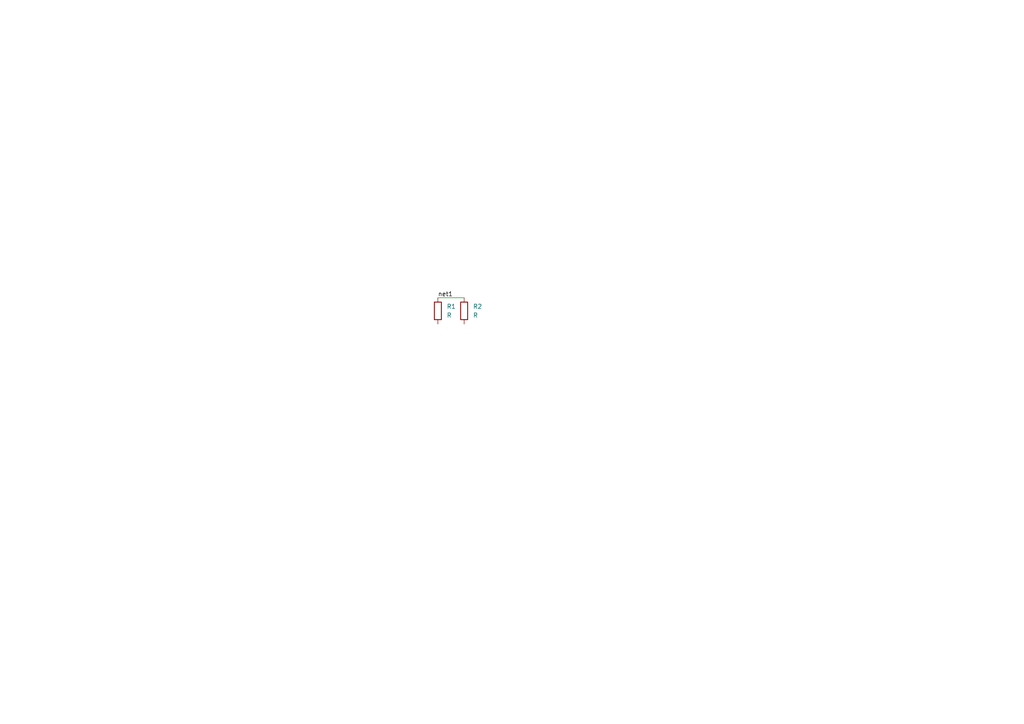
<source format=kicad_sch>
(kicad_sch (version 20231120) (generator "eeschema") (generator_version "8.0")
  (paper "A4")
  (lib_symbols
    (symbol "Device:R" (pin_numbers hide) (pin_names (offset 0))
      (property "Reference" "R" (at 2.032 0 90))
      (property "Value" "R" (at 0 0 90))
      (symbol "R_0_1"
        (rectangle (start -1.016 -2.54) (end 1.016 2.54) (stroke (width 0.254)))
      )
      (symbol "R_1_1"
        (pin passive line (at 0 3.81 270) (length 1.27) (name "~") (number "1"))
        (pin passive line (at 0 -3.81 90) (length 1.27) (name "~") (number "2"))
      )
    )
  )
  (wire (pts (xy 127 86.36) (xy 134.62 86.36)))
  (label "net1" (at 127 86.36 0))
  (symbol (lib_id "Device:R") (at 127 90.17 0) (unit 1)
    (property "Reference" "R1" (at 129.54 88.8999 0) (effects (justify left)))
    (property "Value" "R" (at 129.54 91.4399 0) (effects (justify left)))
    (property "Footprint" "Resistor_SMD:R_0805_2012Metric" (effects (hide yes)))
    (property "Description" "Resistor" (effects (hide yes)))
  )
  (symbol (lib_id "Device:R") (at 134.62 90.17 0) (unit 1)
    (property "Reference" "R2" (at 137.16 88.8999 0) (effects (justify left)))
    (property "Value" "R" (at 137.16 91.4399 0) (effects (justify left)))
    (property "Footprint" "Resistor_SMD:R_0805_2012Metric" (effects (hide yes)))
    (property "Description" "Resistor" (effects (hide yes)))
  )
)
</source>
